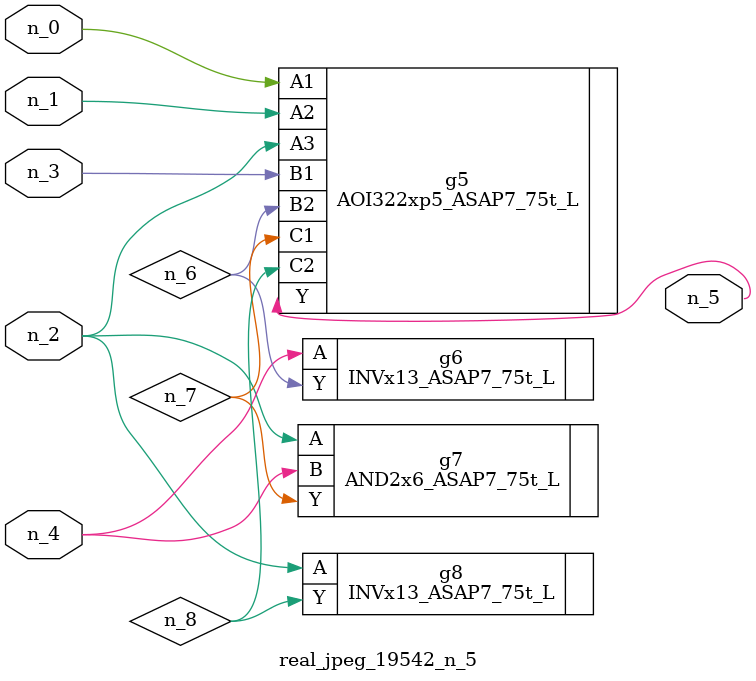
<source format=v>
module real_jpeg_19542_n_5 (n_4, n_0, n_1, n_2, n_3, n_5);

input n_4;
input n_0;
input n_1;
input n_2;
input n_3;

output n_5;

wire n_8;
wire n_6;
wire n_7;

AOI322xp5_ASAP7_75t_L g5 ( 
.A1(n_0),
.A2(n_1),
.A3(n_2),
.B1(n_3),
.B2(n_6),
.C1(n_7),
.C2(n_8),
.Y(n_5)
);

AND2x6_ASAP7_75t_L g7 ( 
.A(n_2),
.B(n_4),
.Y(n_7)
);

INVx13_ASAP7_75t_L g8 ( 
.A(n_2),
.Y(n_8)
);

INVx13_ASAP7_75t_L g6 ( 
.A(n_4),
.Y(n_6)
);


endmodule
</source>
